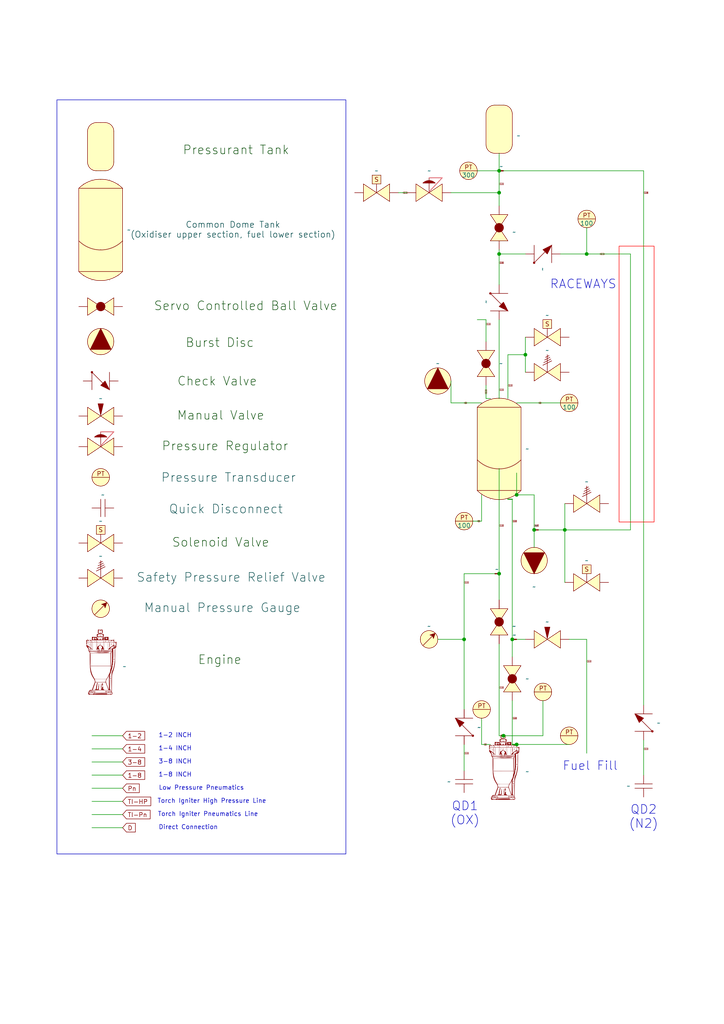
<source format=kicad_sch>
(kicad_sch (version 20250114) (generator "eeschema") (generator_version "9.0")
  (paper "A4" portrait)
  (title_block (title "Pluto Propulsion P&ID") (date "2025-02-25") (company "ICLR"))
  (lib_symbols
    (symbol "Ball_Valve_1"
      (property "Reference" "BV" (at 3.81 -4.318 0))
      (symbol "Ball_Valve_1_1_1"
        (pin passive line (at -2.54 0 0) (length 2.54) (name "") (number ""))
        (pin passive line (at 10.16 0 180) (length 2.54) (name "") (number ""))
      )
    )
    (symbol "Ball_Valve_2"
      (property "Reference" "BV" (at 3.81 -4.318 0))
      (symbol "Ball_Valve_2_1_1"
        (pin passive line (at -2.54 0 0) (length 2.54) (name "") (number ""))
        (pin passive line (at 10.16 0 180) (length 2.54) (name "") (number ""))
      )
    )
    (symbol "Ball_Valve_3"
      (property "Reference" "BV" (at 3.81 -4.318 0))
      (symbol "Ball_Valve_3_1_1"
        (pin passive line (at -2.54 0 0) (length 2.54) (name "") (number ""))
        (pin passive line (at 10.16 0 180) (length 2.54) (name "") (number ""))
      )
    )
    (symbol "Ball_Valve_4"
      (property "Reference" "BV" (at 3.81 -4.318 0))
      (symbol "Ball_Valve_4_1_1"
        (pin passive line (at -2.54 0 0) (length 2.54) (name "") (number ""))
        (pin passive line (at 10.16 0 180) (length 2.54) (name "") (number ""))
      )
    )
    (symbol "Burst_Disc_1"
      (property "Reference" "Burst_Disc" (at 0 -5.334 0))
      (symbol "Burst_Disc_1_1_1"
        (pin passive line (at -3.81 0 0) (length 0) (name "") (number ""))
        (pin passive line (at 0 -3.81 90) (length 0) (name "") (number ""))
        (pin passive line (at 3.81 0 180) (length 0) (name "") (number ""))
      )
    )
    (symbol "Burst_Disc_2"
      (property "Reference" "Burst_Disc" (at 0 -5.334 0))
      (symbol "Burst_Disc_2_1_1"
        (pin passive line (at -3.81 0 0) (length 0) (name "") (number ""))
        (pin passive line (at 0 -3.81 90) (length 0) (name "") (number ""))
        (pin passive line (at 3.81 0 180) (length 0) (name "") (number ""))
      )
    )
    (symbol "Check_Valve_1"
      (property "Reference" "CV" (at 2.54 -4.064 0))
      (symbol "Check_Valve_1_1_1"
        (pin bidirectional line (at -2.54 0 0) (length 2.54) (name "") (number ""))
        (pin bidirectional line (at 7.62 0 180) (length 2.54) (name "") (number ""))
      )
    )
    (symbol "Check_Valve_2"
      (property "Reference" "CV" (at 2.54 -4.064 0))
      (symbol "Check_Valve_2_1_1"
        (pin bidirectional line (at -2.54 0 0) (length 2.54) (name "") (number ""))
        (pin bidirectional line (at 7.62 0 180) (length 2.54) (name "") (number ""))
      )
    )
    (symbol "Check_Valve_3"
      (property "Reference" "CV" (at 2.54 -4.064 0))
      (symbol "Check_Valve_3_1_1"
        (pin bidirectional line (at -2.54 0 0) (length 2.54) (name "") (number ""))
        (pin bidirectional line (at 7.62 0 180) (length 2.54) (name "") (number ""))
      )
    )
    (symbol "Check_Valve_4"
      (property "Reference" "CV" (at 2.54 -4.064 0))
      (symbol "Check_Valve_4_1_1"
        (pin bidirectional line (at -2.54 0 0) (length 2.54) (name "") (number ""))
        (pin bidirectional line (at 7.62 0 180) (length 2.54) (name "") (number ""))
      )
    )
    (symbol "Common_Dome_Tank_1" (pin_numbers (hide yes)) (pin_names (hide yes))
      (symbol "Common_Dome_Tank_1_1_1"
        (pin passive line (at -5.08 8.89 270) (length 0) (name "") (number ""))
        (pin passive line (at -5.08 -17.78 90) (length 0) (name "") (number ""))
        (pin passive line (at -2.54 10.16 270) (length 0) (name "") (number ""))
        (pin passive line (at -2.54 -19.05 90) (length 0) (name "") (number ""))
        (pin passive line (at 0 10.16 270) (length 0) (name "") (number ""))
        (pin passive line (at 0 -10.16 90) (length 0) (name "") (number ""))
        (pin passive line (at 2.54 10.16 270) (length 0) (name "") (number ""))
        (pin passive line (at 2.54 -19.05 90) (length 0) (name "") (number ""))
        (pin passive line (at 5.08 8.89 270) (length 0) (name "") (number ""))
        (pin passive line (at 5.08 -17.78 90) (length 0) (name "") (number ""))
      )
    )
    (symbol "Engine_1"
      (property "Reference" "Engine" (at 0 0 0))
      (symbol "Engine_1_1_1"
        (pin input line (at -3.81 3.81 0) (length 0) (name "") (number ""))
        (pin input line (at 0 6.35 0) (length 0) (name "") (number ""))
        (pin input line (at 3.81 3.81 0) (length 0) (name "") (number ""))
      )
    )
    (symbol "Manual_Pressure_Gauge_1"
      (property "Reference" "Manual_Pressure_Gauge" (at 0 -3.81 0))
      (symbol "Manual_Pressure_Gauge_1_1_1"
        (pin passive line (at -2.54 0 0) (length 0) (name "") (number ""))
        (pin passive line (at 2.54 0 180) (length 0) (name "") (number ""))
      )
    )
    (symbol "Needle_Valve_1"
      (property "Reference" "Needle_Valve" (at 3.556 -3.81 0))
      (symbol "Needle_Valve_1_1_1"
        (pin passive line (at -2.54 0 0) (length 2.54) (name "") (number ""))
        (pin passive line (at 10.16 0 180) (length 2.54) (name "") (number ""))
      )
    )
    (symbol "PID_symbols:Ball_Valve"
      (property "Reference" "BV" (at 3.81 -4.318 0))
      (symbol "Ball_Valve_1_1"
        (pin passive line (at -2.54 0 0) (length 2.54) (name "") (number ""))
        (pin passive line (at 10.16 0 180) (length 2.54) (name "") (number ""))
      )
    )
    (symbol "PID_symbols:Burst_Disc"
      (property "Reference" "Burst_Disc" (at 0 -5.334 0))
      (symbol "Burst_Disc_1_1"
        (pin passive line (at -3.81 0 0) (length 0) (name "") (number ""))
        (pin passive line (at 0 -3.81 90) (length 0) (name "") (number ""))
        (pin passive line (at 3.81 0 180) (length 0) (name "") (number ""))
      )
    )
    (symbol "PID_symbols:Check_Valve"
      (property "Reference" "CV" (at 2.54 -4.064 0))
      (symbol "Check_Valve_1_1"
        (pin bidirectional line (at -2.54 0 0) (length 2.54) (name "") (number ""))
        (pin bidirectional line (at 7.62 0 180) (length 2.54) (name "") (number ""))
      )
    )
    (symbol "PID_symbols:Common_Dome_Tank"
      (symbol "Common_Dome_Tank_1_1"
        (pin passive line (at -5.08 8.89 270) (length 0) (name "") (number ""))
        (pin passive line (at -5.08 -17.78 90) (length 0) (name "") (number ""))
        (pin passive line (at -2.54 10.16 270) (length 0) (name "") (number ""))
        (pin passive line (at -2.54 -19.05 90) (length 0) (name "") (number ""))
        (pin passive line (at 0 10.16 270) (length 0) (name "") (number ""))
        (pin passive line (at 0 -10.16 90) (length 0) (name "") (number ""))
        (pin passive line (at 2.54 10.16 270) (length 0) (name "") (number ""))
        (pin passive line (at 2.54 -19.05 90) (length 0) (name "") (number ""))
        (pin passive line (at 5.08 8.89 270) (length 0) (name "") (number ""))
        (pin passive line (at 5.08 -17.78 90) (length 0) (name "") (number ""))
      )
    )
    (symbol "PID_symbols:Engine"
      (property "Reference" "Engine" (at 0 0 0))
      (symbol "Engine_1_1"
        (pin input line (at -3.81 3.81 0) (length 0) (name "") (number ""))
        (pin input line (at 0 6.35 0) (length 0) (name "") (number ""))
        (pin input line (at 3.81 3.81 0) (length 0) (name "") (number ""))
      )
    )
    (symbol "PID_symbols:Manual_Pressure_Gauge"
      (property "Reference" "Manual_Pressure_Gauge" (at 0 -3.81 0))
      (symbol "Manual_Pressure_Gauge_1_1"
        (pin passive line (at -2.54 0 0) (length 0) (name "") (number ""))
        (pin passive line (at 2.54 0 180) (length 0) (name "") (number ""))
      )
    )
    (symbol "PID_symbols:Needle_Valve"
      (property "Reference" "Needle_Valve" (at 3.556 -3.81 0))
      (symbol "Needle_Valve_1_1"
        (pin passive line (at -2.54 0 0) (length 2.54) (name "") (number ""))
        (pin passive line (at 10.16 0 180) (length 2.54) (name "") (number ""))
      )
    )
    (symbol "PID_symbols:Pressure_Regulator"
      (property "Reference" "Reg" (at 3.81 -2.54 0))
      (symbol "Pressure_Regulator_1_1"
        (pin passive line (at -2.54 0 0) (length 2.54) (name "") (number ""))
        (pin passive line (at 10.16 0 180) (length 2.54) (name "") (number ""))
      )
    )
    (symbol "PID_symbols:Pressure_Transducer"
      (property "Reference" "PT" (at 0 -3.81 0))
      (symbol "Pressure_Transducer_1_1"
        (text "PT\n" (at 0 1.016 0) (effects (font (size 1.27 1.27))))
        (pin passive line (at -2.54 0 0) (length 0) (name "") (number ""))
        (pin passive line (at 0 -2.54 90) (length 0) (name "") (number ""))
        (pin passive line (at 2.54 0 180) (length 0) (name "") (number ""))
      )
    )
    (symbol "PID_symbols:Quick_Disconnect"
      (property "Reference" "QD" (at 0.762 -4.572 0))
      (symbol "Quick_Disconnect_1_1"
        (pin passive line (at -2.54 0 0) (length 2.54) (name "") (number ""))
        (pin passive line (at 3.81 0 180) (length 2.54) (name "") (number ""))
      )
    )
    (symbol "PID_symbols:SPRV"
      (property "Reference" "SPRV" (at 3.556 -3.302 0))
      (symbol "SPRV_1_1"
        (pin passive line (at -2.54 0 0) (length 2.54) (name "") (number ""))
        (pin passive line (at 10.16 0 180) (length 2.54) (name "") (number ""))
      )
    )
    (symbol "PID_symbols:Solenoid"
      (property "Reference" "Solenoid" (at 3.81 -3.81 0))
      (symbol "Solenoid_1_1"
        (text "S\n" (at 3.81 3.81 0) (effects (font (size 1.27 1.27))))
        (pin passive line (at -2.54 0 0) (length 2.54) (name "") (number ""))
        (pin passive line (at 10.16 0 180) (length 2.54) (name "") (number ""))
      )
    )
    (symbol "PID_symbols:Tank"
      (property "Reference" "T" (at 6.35 5.08 0))
      (symbol "Tank_1_1"
        (pin passive line (at 1.27 11.43 270) (length 0) (name "") (number ""))
        (pin passive line (at 1.27 -2.54 90) (length 0) (name "") (number ""))
      )
    )
    (symbol "PID_symbols:stop" (in_bom no) (on_board no)
      (symbol "stop_1_1"
        (pin bidirectional line (at -1.27 0 0) (length 0) (name "") (number ""))
        (pin bidirectional line (at 0 0 180) (length 0) (name "") (number ""))
      )
    )
    (symbol "Pressure_Regulator_1"
      (property "Reference" "Reg" (at 3.81 -2.54 0))
      (symbol "Pressure_Regulator_1_1_1"
        (pin passive line (at -2.54 0 0) (length 2.54) (name "") (number ""))
        (pin passive line (at 10.16 0 180) (length 2.54) (name "") (number ""))
      )
    )
    (symbol "Pressure_Transducer_1"
      (property "Reference" "PT" (at 0 -3.81 0))
      (symbol "Pressure_Transducer_1_1_1"
        (text "PT\n" (at 0 1.016 0) (effects (font (size 1.27 1.27))))
        (pin passive line (at -2.54 0 0) (length 0) (name "") (number ""))
        (pin passive line (at 0 -2.54 90) (length 0) (name "") (number ""))
        (pin passive line (at 2.54 0 180) (length 0) (name "") (number ""))
      )
    )
    (symbol "Pressure_Transducer_2"
      (property "Reference" "PT" (at 0 -3.81 0))
      (symbol "Pressure_Transducer_2_1_1"
        (text "PT\n" (at 0 1.016 0) (effects (font (size 1.27 1.27))))
        (pin passive line (at -2.54 0 0) (length 0) (name "") (number ""))
        (pin passive line (at 0 -2.54 90) (length 0) (name "") (number ""))
        (pin passive line (at 2.54 0 180) (length 0) (name "") (number ""))
      )
    )
    (symbol "Pressure_Transducer_3"
      (property "Reference" "PT" (at 0 -3.81 0))
      (symbol "Pressure_Transducer_3_1_1"
        (text "PT\n" (at 0 1.016 0) (effects (font (size 1.27 1.27))))
        (pin passive line (at -2.54 0 0) (length 0) (name "") (number ""))
        (pin passive line (at 0 -2.54 90) (length 0) (name "") (number ""))
        (pin passive line (at 2.54 0 180) (length 0) (name "") (number ""))
      )
    )
    (symbol "Pressure_Transducer_4"
      (property "Reference" "PT" (at 0 -3.81 0))
      (symbol "Pressure_Transducer_4_1_1"
        (text "PT\n" (at 0 1.016 0) (effects (font (size 1.27 1.27))))
        (pin passive line (at -2.54 0 0) (length 0) (name "") (number ""))
        (pin passive line (at 0 -2.54 90) (length 0) (name "") (number ""))
        (pin passive line (at 2.54 0 180) (length 0) (name "") (number ""))
      )
    )
    (symbol "Pressure_Transducer_5"
      (property "Reference" "PT" (at 0 -3.81 0))
      (symbol "Pressure_Transducer_5_1_1"
        (text "PT\n" (at 0 1.016 0) (effects (font (size 1.27 1.27))))
        (pin passive line (at -2.54 0 0) (length 0) (name "") (number ""))
        (pin passive line (at 0 -2.54 90) (length 0) (name "") (number ""))
        (pin passive line (at 2.54 0 180) (length 0) (name "") (number ""))
      )
    )
    (symbol "Pressure_Transducer_6"
      (property "Reference" "PT" (at 0 -3.81 0))
      (symbol "Pressure_Transducer_6_1_1"
        (text "PT\n" (at 0 1.016 0) (effects (font (size 1.27 1.27))))
        (pin passive line (at -2.54 0 0) (length 0) (name "") (number ""))
        (pin passive line (at 0 -2.54 90) (length 0) (name "") (number ""))
        (pin passive line (at 2.54 0 180) (length 0) (name "") (number ""))
      )
    )
    (symbol "Pressure_Transducer_7"
      (property "Reference" "PT" (at 0 -3.81 0))
      (symbol "Pressure_Transducer_7_1_1"
        (text "PT\n" (at 0 1.016 0) (effects (font (size 1.27 1.27))))
        (pin passive line (at -2.54 0 0) (length 0) (name "") (number ""))
        (pin passive line (at 0 -2.54 90) (length 0) (name "") (number ""))
        (pin passive line (at 2.54 0 180) (length 0) (name "") (number ""))
      )
    )
    (symbol "Quick_Disconnect_1"
      (property "Reference" "QD" (at 0.762 -4.572 0))
      (symbol "Quick_Disconnect_1_1_1"
        (pin passive line (at -2.54 0 0) (length 2.54) (name "") (number ""))
        (pin passive line (at 3.81 0 180) (length 2.54) (name "") (number ""))
      )
    )
    (symbol "Quick_Disconnect_2"
      (property "Reference" "QD" (at 0.762 -4.572 0))
      (symbol "Quick_Disconnect_2_1_1"
        (pin passive line (at -2.54 0 0) (length 2.54) (name "") (number ""))
        (pin passive line (at 3.81 0 180) (length 2.54) (name "") (number ""))
      )
    )
    (symbol "SPRV_1"
      (property "Reference" "SPRV" (at 3.556 -3.302 0))
      (symbol "SPRV_1_1_1"
        (pin passive line (at -2.54 0 0) (length 2.54) (name "") (number ""))
        (pin passive line (at 10.16 0 180) (length 2.54) (name "") (number ""))
      )
    )
    (symbol "SPRV_2"
      (property "Reference" "SPRV" (at 3.556 -3.302 0))
      (symbol "SPRV_2_1_1"
        (pin passive line (at -2.54 0 0) (length 2.54) (name "") (number ""))
        (pin passive line (at 10.16 0 180) (length 2.54) (name "") (number ""))
      )
    )
    (symbol "Solenoid_1"
      (property "Reference" "Solenoid" (at 3.81 -3.81 0))
      (symbol "Solenoid_1_1_1"
        (text "S\n" (at 3.81 3.81 0) (effects (font (size 1.27 1.27))))
        (pin passive line (at -2.54 0 0) (length 2.54) (name "") (number ""))
        (pin passive line (at 10.16 0 180) (length 2.54) (name "") (number ""))
      )
    )
    (symbol "Solenoid_2"
      (property "Reference" "Solenoid" (at 3.81 -3.81 0))
      (symbol "Solenoid_2_1_1"
        (text "S\n" (at 3.81 3.81 0) (effects (font (size 1.27 1.27))))
        (pin passive line (at -2.54 0 0) (length 2.54) (name "") (number ""))
        (pin passive line (at 10.16 0 180) (length 2.54) (name "") (number ""))
      )
    )
    (symbol "Solenoid_3"
      (property "Reference" "Solenoid" (at 3.81 -3.81 0))
      (symbol "Solenoid_3_1_1"
        (text "S\n" (at 3.81 3.81 0) (effects (font (size 1.27 1.27))))
        (pin passive line (at -2.54 0 0) (length 2.54) (name "") (number ""))
        (pin passive line (at 10.16 0 180) (length 2.54) (name "") (number ""))
      )
    )
    (symbol "Tank_1"
      (property "Reference" "T" (at 6.35 5.08 0))
      (symbol "Tank_1_1_1"
        (pin passive line (at 1.27 11.43 270) (length 0) (name "") (number ""))
        (pin passive line (at 1.27 -2.54 90) (length 0) (name "") (number ""))
      )
    )
    (symbol "stop_1" (in_bom no) (on_board no)
      (symbol "stop_1_1_1"
        (pin bidirectional line (at -1.27 0 0) (length 0) (name "") (number ""))
        (pin bidirectional line (at 0 0 180) (length 0) (name "") (number ""))
      )
    )
    (symbol "stop_2" (in_bom no) (on_board no)
      (symbol "stop_2_1_1"
        (pin bidirectional line (at -1.27 0 0) (length 0) (name "") (number ""))
        (pin bidirectional line (at 0 0 180) (length 0) (name "") (number ""))
      )
    )
    (symbol "stop_3" (in_bom no) (on_board no)
      (symbol "stop_3_1_1"
        (pin bidirectional line (at -1.27 0 0) (length 0) (name "") (number ""))
        (pin bidirectional line (at 0 0 180) (length 0) (name "") (number ""))
      )
    )
  )
  (rectangle (start 179.578 71.374) (end 189.738 151.384) (stroke (width 0) (color 255 0 0 1)))
  (rectangle (start 16.51 28.956) (end 100.33 247.65))
  (text "Low Pressure Pneumatics" (at 58.42 228.6 0) (effects (font (size 1.27 1.27))))
  (text "Torch Igniter Pneumatics Line" (at 60.325 236.22 0) (effects (font (size 1.27 1.27))))
  (text "QD1\n(OX)\n" (at 134.874 235.966 0) (effects (font (size 2.54 2.54))))
  (text "Safety Pressure Relief Valve\n" (at 67.056 167.64 0) (effects (font (size 2.54 2.54))))
  (text " Torch Igniter High Pressure Line" (at 60.96 232.41 0) (effects (font (size 1.27 1.27))))
  (text "1-8 INCH\n" (at 50.8 224.79 0) (effects (font (size 1.27 1.27))))
  (text "Direct Connection" (at 54.61 240.03 0) (effects (font (size 1.27 1.27))))
  (text "Common Dome Tank\n(Oxidiser upper section, fuel lower section)\n" (at 67.564 66.802 0) (effects (font (size 1.778 1.778))))
  (text "Solenoid Valve" (at 64.008 157.48 0) (effects (font (size 2.54 2.54))))
  (text "Fuel Fill\n" (at 171.196 222.25 0) (effects (font (size 2.54 2.54))))
  (text "Engine\n" (at 63.754 191.516 0) (effects (font (size 2.54 2.54))))
  (text "Quick Disconnect\n" (at 65.532 147.828 0) (effects (font (size 2.54 2.54))))
  (text "3-8 INCH\n" (at 50.8 220.98 0) (effects (font (size 1.27 1.27))))
  (text "RACEWAYS" (at 169.164 82.55 0) (effects (font (size 2.54 2.54))))
  (text "1-4 INCH\n" (at 50.8 217.17 0) (effects (font (size 1.27 1.27))))
  (text "QD2\n(N2)\n" (at 186.69 236.982 0) (effects (font (size 2.54 2.54))))
  (text "1-2 INCH\n" (at 50.8 213.36 0) (effects (font (size 1.27 1.27))))
  (text "Pressure Transducer" (at 66.294 138.684 0) (effects (font (size 2.54 2.54))))
  (text "Manual Valve" (at 64.008 120.65 0) (effects (font (size 2.54 2.54))))
  (junction (at 144.78 55.88))
  (junction (at 144.78 49.53))
  (junction (at 134.62 185.42))
  (junction (at 148.59 185.42))
  (junction (at 154.94 153.67))
  (junction (at 146.05 213.36))
  (junction (at 149.86 143.51))
  (junction (at 144.78 166.37))
  (junction (at 163.83 153.67))
  (junction (at 152.4 102.87))
  (junction (at 149.86 215.9))
  (junction (at 144.78 73.66))
  (junction (at 170.18 73.66))
  (wire (pts (xy 148.59 185.42) (xy 148.59 190.5)))
  (wire (pts (xy 26.67 228.6) (xy 35.56 228.6)))
  (wire (pts (xy 170.18 66.04) (xy 170.18 73.66)))
  (wire (pts (xy 144.78 213.36) (xy 146.05 213.36)))
  (wire (pts (xy 144.78 49.53) (xy 144.78 55.88)))
  (wire (pts (xy 144.78 92.71) (xy 144.78 115.57)))
  (wire (pts (xy 186.69 49.53) (xy 186.69 204.47)))
  (wire (pts (xy 157.48 213.36) (xy 146.05 213.36)))
  (wire (pts (xy 163.83 146.05) (xy 163.83 153.67)))
  (wire (pts (xy 137.16 151.13) (xy 139.7 151.13)))
  (wire (pts (xy 26.67 213.36) (xy 35.56 213.36)))
  (wire (pts (xy 26.67 232.41) (xy 35.56 232.41)))
  (wire (pts (xy 139.7 215.9) (xy 142.24 215.9)))
  (wire (pts (xy 140.97 115.57) (xy 142.24 115.57)))
  (wire (pts (xy 138.43 92.71) (xy 140.97 92.71)))
  (wire (pts (xy 144.78 72.39) (xy 144.78 73.66)))
  (wire (pts (xy 144.78 73.66) (xy 152.4 73.66)))
  (wire (pts (xy 140.97 111.76) (xy 140.97 115.57)))
  (wire (pts (xy 148.59 215.9) (xy 149.86 215.9)) (stroke (width 0.3) (type dash)))
  (wire (pts (xy 140.97 92.71) (xy 140.97 99.06)))
  (wire (pts (xy 165.1 185.42) (xy 170.18 185.42)))
  (wire (pts (xy 130.81 116.84) (xy 130.81 110.49)))
  (wire (pts (xy 154.94 153.67) (xy 154.94 158.75)))
  (wire (pts (xy 146.05 49.53) (xy 186.69 49.53)))
  (wire (pts (xy 26.67 220.98) (xy 35.56 220.98)))
  (wire (pts (xy 139.7 208.28) (xy 139.7 215.9)))
  (wire (pts (xy 139.7 116.84) (xy 130.81 116.84)))
  (wire (pts (xy 162.56 73.66) (xy 170.18 73.66)))
  (wire (pts (xy 134.62 166.37) (xy 134.62 185.42)))
  (wire (pts (xy 165.1 215.9) (xy 149.86 215.9)))
  (wire (pts (xy 149.86 116.84) (xy 162.56 116.84)))
  (wire (pts (xy 149.86 143.51) (xy 154.94 143.51)))
  (wire (pts (xy 152.4 102.87) (xy 152.4 97.79)))
  (wire (pts (xy 149.86 137.16) (xy 149.86 143.51)))
  (wire (pts (xy 147.32 115.57) (xy 147.32 102.87)))
  (wire (pts (xy 170.18 73.66) (xy 182.88 73.66)))
  (wire (pts (xy 163.83 153.67) (xy 163.83 168.91)))
  (wire (pts (xy 26.67 224.79) (xy 35.56 224.79)))
  (wire (pts (xy 186.69 214.63) (xy 186.69 224.79)))
  (wire (pts (xy 156.21 153.67) (xy 163.83 153.67)))
  (wire (pts (xy 144.78 186.69) (xy 144.78 213.36)))
  (wire (pts (xy 134.62 185.42) (xy 134.62 205.74)))
  (wire (pts (xy 154.94 143.51) (xy 154.94 153.67)))
  (wire (pts (xy 143.51 166.37) (xy 134.62 166.37)))
  (wire (pts (xy 26.67 217.17) (xy 35.56 217.17)))
  (wire (pts (xy 163.83 153.67) (xy 182.88 153.67)))
  (wire (pts (xy 157.48 203.2) (xy 157.48 213.36)))
  (wire (pts (xy 144.78 59.69) (xy 144.78 55.88)))
  (wire (pts (xy 152.4 102.87) (xy 152.4 107.95)))
  (wire (pts (xy 144.78 44.45) (xy 144.78 49.53)))
  (wire (pts (xy 26.67 240.03) (xy 35.56 240.03)))
  (wire (pts (xy 26.67 236.22) (xy 35.56 236.22)))
  (wire (pts (xy 134.62 215.9) (xy 134.62 223.52)))
  (wire (pts (xy 182.88 73.66) (xy 182.88 153.67)))
  (wire (pts (xy 148.59 144.78) (xy 147.32 144.78)) (stroke (width 0.3) (type dash)))
  (wire (pts (xy 130.81 55.88) (xy 144.78 55.88)))
  (wire (pts (xy 139.7 151.13) (xy 139.7 143.51)))
  (wire (pts (xy 115.57 55.88) (xy 118.11 55.88)))
  (wire (pts (xy 148.59 144.78) (xy 148.59 185.42)))
  (wire (pts (xy 144.78 135.89) (xy 144.78 166.37)))
  (wire (pts (xy 148.59 203.2) (xy 148.59 215.9)))
  (wire (pts (xy 144.78 166.37) (xy 144.78 173.99)))
  (wire (pts (xy 138.43 49.53) (xy 144.78 49.53)))
  (wire (pts (xy 144.78 73.66) (xy 144.78 82.55)))
  (wire (pts (xy 147.32 102.87) (xy 152.4 102.87)))
  (wire (pts (xy 170.18 185.42) (xy 170.18 218.44)))
  (wire (pts (xy 152.4 185.42) (xy 149.86 185.42)))
  (wire (pts (xy 127 185.42) (xy 134.62 185.42)))
  (global_label "1-8" (shape input) (at 186.69 55.88 0) (effects (font (size 0.254 0.254))) (property "Intersheetrefs" "${INTERSHEET_REFS}" (effects (hide yes))))
  (global_label "D" (shape input) (at 156.21 116.84 0) (effects (font (size 0.254 0.254))) (property "Intersheetrefs" "${INTERSHEET_REFS}" (effects (hide yes))))
  (global_label "1-2" (shape input) (at 144.78 152.4 0) (effects (font (size 0.254 0.254))) (property "Intersheetrefs" "${INTERSHEET_REFS}" (effects (hide yes))))
  (global_label "1-4" (shape input) (at 147.32 111.76 0) (effects (font (size 0.254 0.254))) (property "Intersheetrefs" "${INTERSHEET_REFS}" (effects (hide yes))))
  (global_label "1-2" (shape input) (at 154.94 152.4 0) (effects (font (size 0.254 0.254))) (property "Intersheetrefs" "${INTERSHEET_REFS}" (effects (hide yes))))
  (global_label "1-4" (shape input) (at 144.78 113.03 0) (effects (font (size 0.254 0.254))) (property "Intersheetrefs" "${INTERSHEET_REFS}" (effects (hide yes))))
  (global_label "1-4" (shape input) (at 144.78 53.34 0) (effects (font (size 0.254 0.254))) (property "Intersheetrefs" "${INTERSHEET_REFS}" (effects (hide yes))))
  (global_label "D" (shape input) (at 35.56 240.03 0) (property "Intersheetrefs" "${INTERSHEET_REFS}" (effects (hide yes))))
  (global_label "1-4" (shape input) (at 186.69 217.17 0) (effects (font (size 0.254 0.254))) (property "Intersheetrefs" "${INTERSHEET_REFS}" (effects (hide yes))))
  (global_label "1-4" (shape input) (at 140.97 93.98 0) (effects (font (size 0.254 0.254))) (property "Intersheetrefs" "${INTERSHEET_REFS}" (effects (hide yes))))
  (global_label "3-8" (shape input) (at 148.59 151.13 0) (effects (font (size 0.254 0.254))) (property "Intersheetrefs" "${INTERSHEET_REFS}" (effects (hide yes))))
  (global_label "D" (shape input) (at 138.43 151.13 0) (effects (font (size 0.254 0.254))) (property "Intersheetrefs" "${INTERSHEET_REFS}" (effects (hide yes))))
  (global_label "1-4" (shape input) (at 134.62 168.91 0) (effects (font (size 0.254 0.254))) (property "Intersheetrefs" "${INTERSHEET_REFS}" (effects (hide yes))))
  (global_label "D" (shape input) (at 134.62 116.84 0) (effects (font (size 0.254 0.254))) (property "Intersheetrefs" "${INTERSHEET_REFS}" (effects (hide yes))))
  (global_label "3-8" (shape input) (at 144.78 76.2 0) (effects (font (size 0.254 0.254))) (property "Intersheetrefs" "${INTERSHEET_REFS}" (effects (hide yes))))
  (global_label "1-4" (shape input) (at 134.62 218.44 0) (effects (font (size 0.254 0.254))) (property "Intersheetrefs" "${INTERSHEET_REFS}" (effects (hide yes))))
  (global_label "1-4" (shape input) (at 35.56 217.17 0) (property "Intersheetrefs" "${INTERSHEET_REFS}" (effects (hide yes))))
  (global_label "1-2" (shape input) (at 35.56 213.36 0) (property "Intersheetrefs" "${INTERSHEET_REFS}" (effects (hide yes))))
  (global_label "1-8" (shape input) (at 35.56 224.79 0) (property "Intersheetrefs" "${INTERSHEET_REFS}" (effects (hide yes))))
  (global_label "1-4" (shape input) (at 170.18 191.77 0) (effects (font (size 0.254 0.254))) (property "Intersheetrefs" "${INTERSHEET_REFS}" (effects (hide yes))))
  (global_label "D" (shape input) (at 140.335 215.9 0) (effects (font (size 0.254 0.254))) (property "Intersheetrefs" "${INTERSHEET_REFS}" (effects (hide yes))))
  (global_label "3-8" (shape input) (at 35.56 220.98 0) (property "Intersheetrefs" "${INTERSHEET_REFS}" (effects (hide yes))))
  (global_label "1-2" (shape input) (at 144.78 199.39 0) (effects (font (size 0.254 0.254))) (property "Intersheetrefs" "${INTERSHEET_REFS}" (effects (hide yes))))
  (global_label "1-4" (shape input) (at 173.99 73.66 0) (effects (font (size 0.254 0.254))) (property "Intersheetrefs" "${INTERSHEET_REFS}" (effects (hide yes))))
  (global_label "TI-Pn" (shape input) (at 35.56 236.22 0) (property "Intersheetrefs" "${INTERSHEET_REFS}" (effects (hide yes))))
  (global_label "3-8" (shape input) (at 148.59 208.28 0) (effects (font (size 0.254 0.254))) (property "Intersheetrefs" "${INTERSHEET_REFS}" (effects (hide yes))))
  (global_label "TI-HP" (shape input) (at 35.56 232.41 0) (property "Intersheetrefs" "${INTERSHEET_REFS}" (effects (hide yes))))
  (global_label "Pn" (shape input) (at 35.56 228.6 0) (property "Intersheetrefs" "${INTERSHEET_REFS}" (effects (hide yes))))
  (global_label "1-4" (shape input) (at 116.84 55.88 0) (effects (font (size 0.254 0.254))) (property "Intersheetrefs" "${INTERSHEET_REFS}" (effects (hide yes))))
  (global_label "1-4" (shape input) (at 140.97 114.3 90) (effects (font (size 0.254 0.254))) (property "Intersheetrefs" "${INTERSHEET_REFS}" (effects (hide yes))))
  (symbol (lib_name "Solenoid_1") (lib_id "PID_symbols:Solenoid") (at 166.37 168.91 0) (unit 1)
    (property "Reference" "Solenoid4" (effects (hide yes)))
    (property "Value" "~" (at 170.18 162.56 0))
  )
  (symbol (lib_id "PID_symbols:Pressure_Transducer") (at 165.1 116.84 0) (unit 1)
    (property "Reference" "PT10" (effects (hide yes)))
    (property "Value" "100" (at 165.1 118.11 0))
  )
  (symbol (lib_name "Solenoid_3") (lib_id "PID_symbols:Solenoid") (at 154.94 97.79 0) (unit 1)
    (property "Reference" "Solenoid3" (effects (hide yes)))
    (property "Value" "~" (at 158.75 91.44 0))
  )
  (symbol (lib_id "PID_symbols:Ball_Valve") (at 144.78 176.53 270) (unit 1)
    (property "Reference" "Ball_Valve2" (effects (hide yes)))
    (property "Value" "~" (at 148.59 181.61 90) (effects (justify left)))
  )
  (symbol (lib_id "PID_symbols:Pressure_Regulator") (at 25.4 129.54 0) (unit 1)
    (property "Reference" "Pressure_Regulator123" (effects (hide yes)))
    (property "Value" "Pressure Regulator" (at 65.278 129.286 0) (effects (font (size 2.54 2.54))))
    (property "Description" "Pressure Regulator" (effects (hide yes)))
  )
  (symbol (lib_name "Ball_Valve_4") (lib_id "PID_symbols:Ball_Valve") (at 144.78 69.85 90) (unit 1)
    (property "Reference" "BV11" (effects (hide yes)))
    (property "Value" "~" (at 148.59 67.31 90) (effects (justify right)))
  )
  (symbol (lib_id "PID_symbols:SPRV") (at 25.4 167.64 0) (unit 1)
    (property "Reference" "SPRV3" (effects (hide yes)))
    (property "Value" "~" (at 29.21 161.29 0))
  )
  (symbol (lib_name "Pressure_Transducer_1") (lib_id "PID_symbols:Pressure_Transducer") (at 134.62 151.13 0) (unit 1)
    (property "Reference" "PT9" (effects (hide yes)))
    (property "Value" "100" (at 134.62 152.4 0))
  )
  (symbol (lib_name "Ball_Valve_1") (lib_id "PID_symbols:Ball_Valve") (at 148.59 200.66 90) (unit 1)
    (property "Reference" "Ball_Valve3" (effects (hide yes)))
    (property "Value" "~" (at 152.4 196.85 90) (effects (justify right)))
  )
  (symbol (lib_name "Pressure_Regulator_1") (lib_id "PID_symbols:Pressure_Regulator") (at 120.65 55.88 0) (unit 1)
    (property "Reference" "Reg8" (effects (hide yes)))
    (property "Value" "~" (at 124.5225 49.53 0))
    (property "Description" "Pressure Regulator" (effects (hide yes)))
  )
  (symbol (lib_id "PID_symbols:Check_Valve") (at 134.62 213.36 270) (mirror x) (unit 1)
    (property "Reference" "Check_Valve2" (effects (hide yes)))
    (property "Value" "~" (at 138.43 210.947 90) (effects (justify left)))
  )
  (symbol (lib_name "Tank_1") (lib_id "PID_symbols:Tank") (at 27.94 46.99 0) (unit 1)
    (property "Reference" "Tank200" (effects (hide yes)))
    (property "Value" "Pressurant Tank" (at 52.832 43.434 0) (effects (font (size 2.54 2.54)) (justify left)))
  )
  (symbol (lib_name "stop_2") (lib_id "PID_symbols:stop") (at 149.86 185.42 0) (unit 1) (in_bom no) (on_board no)
    (property "Reference" "U4" (effects (hide yes)))
    (property "Value" "~" (at 149.225 184.15 0))
  )
  (symbol (lib_name "Pressure_Transducer_2") (lib_id "PID_symbols:Pressure_Transducer") (at 170.18 63.5 0) (unit 1)
    (property "Reference" "PT14" (effects (hide yes)))
    (property "Value" "100" (at 170.18 64.77 0))
  )
  (symbol (lib_name "Common_Dome_Tank_1") (lib_id "PID_symbols:Common_Dome_Tank") (at 29.21 62.23 0) (unit 1)
    (property "Reference" "CommonDomeTank2" (effects (hide yes)))
    (property "Value" "~" (at 36.83 66.6749 0) (effects (justify left)))
  )
  (symbol (lib_id "PID_symbols:Quick_Disconnect") (at 29.21 147.32 0) (unit 1)
    (property "Reference" "QD6" (effects (hide yes)))
    (property "Value" "~" (at 29.845 143.51 0))
  )
  (symbol (lib_name "Engine_1") (lib_id "PID_symbols:Engine") (at 29.21 189.23 0) (unit 1)
    (property "Reference" "Engine3" (effects (hide yes)))
    (property "Value" "~" (at 35.56 193.2869 0) (effects (justify left)))
  )
  (symbol (lib_id "PID_symbols:Needle_Valve") (at 25.4 120.65 0) (unit 1)
    (property "Reference" "Needle_Valve2" (effects (hide yes)))
    (property "Value" "~" (at 29.21 115.57 0))
  )
  (symbol (lib_name "Pressure_Transducer_5") (lib_id "PID_symbols:Pressure_Transducer") (at 165.1 213.36 0) (unit 1)
    (property "Reference" "PT15" (effects (hide yes)))
  )
  (symbol (lib_name "Manual_Pressure_Gauge_1") (lib_id "PID_symbols:Manual_Pressure_Gauge") (at 29.21 176.53 0) (unit 1)
    (property "Reference" "Manual_Pressure_Gauge3" (effects (hide yes)))
    (property "Value" "Manual Pressure Gauge" (at 87.376 174.752 0) (effects (font (size 2.54 2.54)) (justify right top)))
  )
  (symbol (lib_name "Check_Valve_1") (lib_id "PID_symbols:Check_Valve") (at 154.94 73.66 0) (mirror x) (unit 1)
    (property "Reference" "Check_Valve4" (effects (hide yes)))
    (property "Value" "~" (at 157.353 77.47 90) (effects (justify left)))
  )
  (symbol (lib_name "Pressure_Transducer_3") (lib_id "PID_symbols:Pressure_Transducer") (at 29.21 138.43 0) (unit 1)
    (property "Reference" "PT7" (effects (hide yes)))
  )
  (symbol (lib_name "Check_Valve_2") (lib_id "PID_symbols:Check_Valve") (at 144.78 85.09 90) (mirror x) (unit 1)
    (property "Reference" "Check_Valve3" (effects (hide yes)))
    (property "Value" "~" (at 140.97 87.503 0))
  )
  (symbol (lib_name "Ball_Valve_2") (lib_id "PID_symbols:Ball_Valve") (at 140.97 109.22 90) (unit 1)
    (property "Reference" "Ball_Valve1" (effects (hide yes)))
    (property "Value" "~" (at 144.78 105.41 90) (effects (justify right)))
  )
  (symbol (lib_name "stop_3") (lib_id "PID_symbols:stop") (at 146.05 49.53 0) (unit 1) (in_bom no) (on_board no)
    (property "Reference" "U5" (effects (hide yes)))
    (property "Value" "~" (at 145.415 48.26 0))
  )
  (symbol (lib_name "Check_Valve_3") (lib_id "PID_symbols:Check_Valve") (at 186.69 212.09 270) (mirror x) (unit 1)
    (property "Reference" "Check_Valve5" (effects (hide yes)))
    (property "Value" "~" (at 190.5 209.677 90) (effects (justify left)))
  )
  (symbol (lib_id "PID_symbols:Burst_Disc") (at 127 110.49 0) (unit 1)
    (property "Reference" "Burst_Disc4" (effects (hide yes)))
    (property "Value" "~" (at 127 105.41 0))
  )
  (symbol (lib_name "Pressure_Transducer_4") (lib_id "PID_symbols:Pressure_Transducer") (at 135.89 49.53 0) (unit 1)
    (property "Reference" "PT11" (effects (hide yes)))
    (property "Value" "300" (at 135.89 50.8 0))
  )
  (symbol (lib_id "PID_symbols:Tank") (at 143.51 41.91 0) (unit 1)
    (property "Reference" "NitrogenTank1" (effects (hide yes)))
    (property "Value" "~" (at 149.86 39.37 0) (effects (justify left)))
  )
  (symbol (lib_id "PID_symbols:Common_Dome_Tank") (at 144.78 125.73 0) (unit 1)
    (property "Reference" "CommonDomeTank1" (effects (hide yes)))
    (property "Value" "~" (at 152.4 130.1749 0) (effects (justify left)))
  )
  (symbol (lib_name "Burst_Disc_1") (lib_id "PID_symbols:Burst_Disc") (at 154.94 162.56 180) (unit 1)
    (property "Reference" "Burst_Disc7" (effects (hide yes)))
    (property "Value" "~" (at 154.94 170.18 0))
  )
  (symbol (lib_id "PID_symbols:Engine") (at 146.05 219.71 0) (unit 1)
    (property "Reference" "Engine2" (effects (hide yes)))
    (property "Value" "~" (at 152.4 223.7669 0) (effects (justify left)))
  )
  (symbol (lib_name "Quick_Disconnect_1") (lib_id "PID_symbols:Quick_Disconnect") (at 134.62 226.06 270) (unit 1)
    (property "Reference" "QD8" (effects (hide yes)))
    (property "Value" "~" (at 130.81 226.695 90) (effects (justify right)))
  )
  (symbol (lib_name "stop_1") (lib_id "PID_symbols:stop") (at 144.78 166.37 0) (unit 1) (in_bom no) (on_board no)
    (property "Reference" "U3" (effects (hide yes)))
    (property "Value" "~" (at 144.145 165.1 0))
  )
  (symbol (lib_name "Check_Valve_4") (lib_id "PID_symbols:Check_Valve") (at 26.67 110.49 0) (unit 1)
    (property "Reference" "Check_Valve112" (effects (hide yes)))
    (property "Value" "Check Valve" (at 62.992 110.49 0) (effects (font (size 2.54 2.54))))
  )
  (symbol (lib_name "Needle_Valve_1") (lib_id "PID_symbols:Needle_Valve") (at 154.94 185.42 0) (unit 1)
    (property "Reference" "Needle_Valve3" (effects (hide yes)))
    (property "Value" "~" (at 158.75 180.34 0))
  )
  (symbol (lib_name "Ball_Valve_3") (lib_id "PID_symbols:Ball_Valve") (at 25.4 88.9 0) (unit 1)
    (property "Reference" "Ball_Valve(ServoControlled)100" (effects (hide yes)))
    (property "Value" "Servo Controlled Ball Valve" (at 44.45 88.646 0) (effects (font (size 2.54 2.54)) (justify left)))
  )
  (symbol (lib_name "Burst_Disc_2") (lib_id "PID_symbols:Burst_Disc") (at 29.21 99.06 0) (unit 1)
    (property "Reference" "BurstDisc123" (effects (hide yes)))
    (property "Value" "Burst Disc" (at 63.754 99.314 0) (effects (font (size 2.54 2.54))))
  )
  (symbol (lib_id "PID_symbols:Solenoid") (at 25.4 157.48 0) (unit 1)
    (property "Reference" "Solenoid1" (effects (hide yes)))
    (property "Value" "~" (at 29.21 151.13 0))
  )
  (symbol (lib_name "Quick_Disconnect_2") (lib_id "PID_symbols:Quick_Disconnect") (at 186.69 227.33 270) (unit 1)
    (property "Reference" "QD7" (effects (hide yes)))
    (property "Value" "~" (at 182.88 227.965 90) (effects (justify right)))
  )
  (symbol (lib_id "PID_symbols:stop") (at 156.21 153.67 0) (unit 1) (in_bom no) (on_board no)
    (property "Reference" "U2" (effects (hide yes)))
    (property "Value" "~" (at 155.575 152.4 0))
  )
  (symbol (lib_name "SPRV_1") (lib_id "PID_symbols:SPRV") (at 166.37 146.05 0) (unit 1)
    (property "Reference" "SPRV5" (effects (hide yes)))
    (property "Value" "~" (at 170.18 139.7 0))
  )
  (symbol (lib_name "Pressure_Transducer_7") (lib_id "PID_symbols:Pressure_Transducer") (at 157.48 200.66 0) (unit 1)
    (property "Reference" "PT38" (effects (hide yes)))
  )
  (symbol (lib_name "Pressure_Transducer_6") (lib_id "PID_symbols:Pressure_Transducer") (at 139.7 205.74 0) (unit 1)
    (property "Reference" "PT37" (effects (hide yes)))
  )
  (symbol (lib_id "PID_symbols:Manual_Pressure_Gauge") (at 124.46 185.42 0) (unit 1)
    (property "Reference" "Manual_Pressure_Gauge2" (effects (hide yes)))
    (property "Value" "~" (at 124.46 181.61 0))
  )
  (symbol (lib_name "Solenoid_2") (lib_id "PID_symbols:Solenoid") (at 105.41 55.88 0) (unit 1)
    (property "Reference" "Solenoid2" (effects (hide yes)))
    (property "Value" "~" (at 109.22 49.53 0))
  )
  (symbol (lib_name "SPRV_2") (lib_id "PID_symbols:SPRV") (at 154.94 107.95 0) (unit 1)
    (property "Reference" "SPRV4" (effects (hide yes)))
    (property "Value" "~" (at 158.75 101.6 0))
  )
)
</source>
